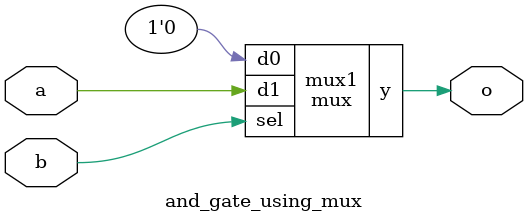
<source format=sv>

module mux
(
  input  d0, d1,
  input  sel,
  output y
);

  assign y = sel ? d1 : d0;

endmodule

//----------------------------------------------------------------------------
// Task
//----------------------------------------------------------------------------

module and_gate_using_mux
(
    input  a,
    input  b,
    output o
);

  // Task:
  // Implement and gate using instance(s) of mux,
  // constants 0 and 1, and wire connections
  mux mux1(1'b0,a,b,o); 

endmodule

</source>
